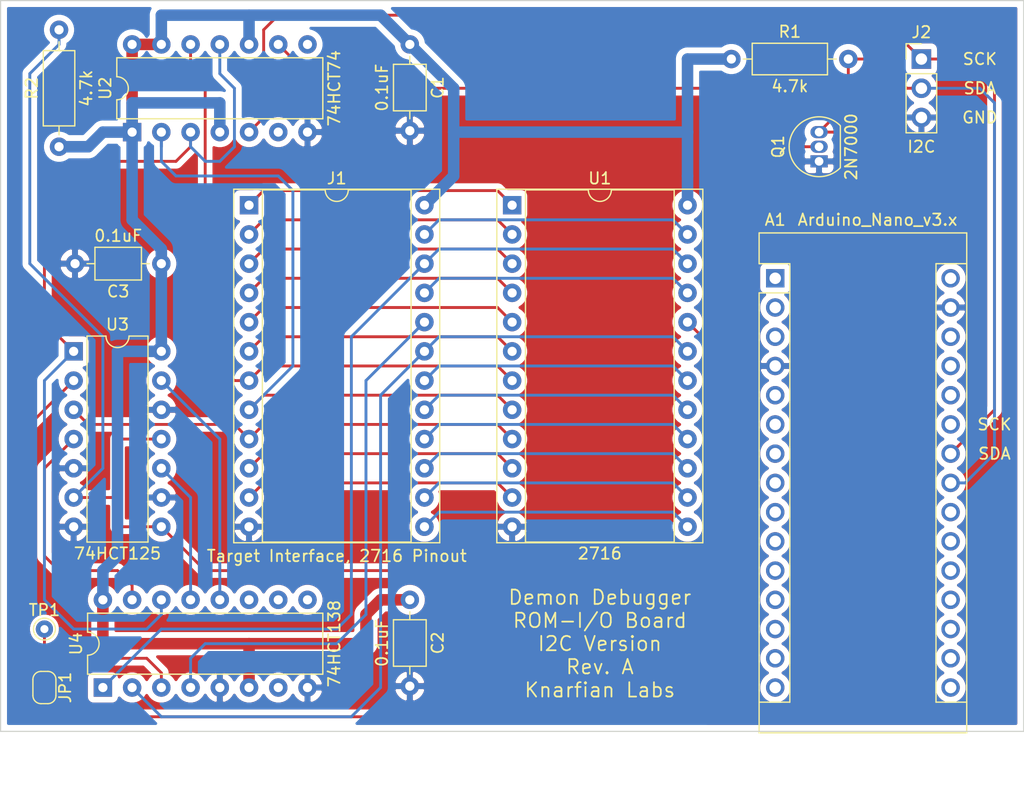
<source format=kicad_pcb>
(kicad_pcb (version 20171130) (host pcbnew "(5.1.9)-1")
  (layers (0 F.Cu signal) (31 B.Cu signal) (34 B.Paste user) (35 F.Paste user) (36 B.SilkS user) (37 F.SilkS user) (38 B.Mask user) (39 F.Mask user) (44 Edge.Cuts user))
  (net 0 "")
  (net 1 GND)
  (net 2 /SCK)
  (net 3 /SDA)
  (net 4 +5V)
  (net 5 /A8)
  (net 6 /D2)
  (net 7 /A9)
  (net 8 /D1)
  (net 9 /VPP)
  (net 10 /D0)
  (net 11 "Net-(J1-Pad20)")
  (net 12 /A0)
  (net 13 /A10)
  (net 14 /A1)
  (net 15 /~CE)
  (net 16 /A2)
  (net 17 /D7)
  (net 18 /A3)
  (net 19 /D6)
  (net 20 /A4)
  (net 21 /D5)
  (net 22 /A5)
  (net 23 /D4)
  (net 24 /A6)
  (net 25 /D3)
  (net 26 /A7)
  (net 27 "Net-(Q1-Pad2)")
  (net 28 "Net-(U2-Pad11)")
  (net 29 "Net-(U3-Pad4)")
  (net 30 "Net-(U3-Pad13)")
  (net 31 "Net-(R2-Pad2)")
  (net 32 "Net-(U3-Pad10)")
  (net 33 "Net-(JP1-Pad1)")
  (module Package_DIP:DIP-16_W7.62mm (layer F.Cu) (at 46.99 97.79 90)
    (fp_text reference U4 (at 3.81 -2.33 90) (layer F.SilkS))
    (fp_text value 74HCT138 (at 3.81 20.11 90) (layer F.SilkS))
    (fp_line (start 6.46 -1.33) (end 4.81 -1.33) (layer F.SilkS) (width 0.12))
    (fp_line (start 6.46 19.11) (end 6.46 -1.33) (layer F.SilkS) (width 0.12))
    (fp_line (start 1.16 19.11) (end 6.46 19.11) (layer F.SilkS) (width 0.12))
    (fp_line (start 1.16 -1.33) (end 1.16 19.11) (layer F.SilkS) (width 0.12))
    (fp_line (start 2.81 -1.33) (end 1.16 -1.33) (layer F.SilkS) (width 0.12))
    (fp_arc (start 3.81 -1.33) (end 2.81 -1.33) (angle -180) (layer F.SilkS) (width 0.12))
    (pad 16 thru_hole oval (at 7.62 0 90) (size 1.6 1.6) (drill 0.8) (layers *.Cu *.Mask) (net 4 +5V))
    (pad 8 thru_hole oval (at 0 17.78 90) (size 1.6 1.6) (drill 0.8) (layers *.Cu *.Mask) (net 1 GND))
    (pad 15 thru_hole oval (at 7.62 2.54 90) (size 1.6 1.6) (drill 0.8) (layers *.Cu *.Mask) (net 29 "Net-(U3-Pad4)"))
    (pad 7 thru_hole oval (at 0 15.24 90) (size 1.6 1.6) (drill 0.8) (layers *.Cu *.Mask))
    (pad 14 thru_hole oval (at 7.62 5.08 90) (size 1.6 1.6) (drill 0.8) (layers *.Cu *.Mask) (net 28 "Net-(U2-Pad11)"))
    (pad 6 thru_hole oval (at 0 12.7 90) (size 1.6 1.6) (drill 0.8) (layers *.Cu *.Mask) (net 4 +5V))
    (pad 13 thru_hole oval (at 7.62 7.62 90) (size 1.6 1.6) (drill 0.8) (layers *.Cu *.Mask) (net 32 "Net-(U3-Pad10)"))
    (pad 5 thru_hole oval (at 0 10.16 90) (size 1.6 1.6) (drill 0.8) (layers *.Cu *.Mask) (net 1 GND))
    (pad 12 thru_hole oval (at 7.62 10.16 90) (size 1.6 1.6) (drill 0.8) (layers *.Cu *.Mask) (net 30 "Net-(U3-Pad13)"))
    (pad 4 thru_hole oval (at 0 7.62 90) (size 1.6 1.6) (drill 0.8) (layers *.Cu *.Mask) (net 11 "Net-(J1-Pad20)"))
    (pad 11 thru_hole oval (at 7.62 12.7 90) (size 1.6 1.6) (drill 0.8) (layers *.Cu *.Mask))
    (pad 3 thru_hole oval (at 0 5.08 90) (size 1.6 1.6) (drill 0.8) (layers *.Cu *.Mask) (net 33 "Net-(JP1-Pad1)"))
    (pad 10 thru_hole oval (at 7.62 15.24 90) (size 1.6 1.6) (drill 0.8) (layers *.Cu *.Mask))
    (pad 2 thru_hole oval (at 0 2.54 90) (size 1.6 1.6) (drill 0.8) (layers *.Cu *.Mask) (net 13 /A10))
    (pad 9 thru_hole oval (at 7.62 17.78 90) (size 1.6 1.6) (drill 0.8) (layers *.Cu *.Mask))
    (pad 1 thru_hole rect (at 0 0 90) (size 1.6 1.6) (drill 0.8) (layers *.Cu *.Mask) (net 7 /A9))
  )
  (module TestPoint:TestPoint_THTPad_D1.5mm_Drill0.7mm (layer F.Cu) (at 41.91 92.71)
    (fp_text reference TP1 (at 0 -1.648) (layer F.SilkS))
    (fp_text value TestPoint)
    (fp_circle (center 0 0) (end 0 0.95) (layer F.SilkS) (width 0.12))
    (pad 1 thru_hole circle (at 0 0) (size 1.5 1.5) (drill 0.7) (layers *.Cu *.Mask) (net 33 "Net-(JP1-Pad1)"))
  )
  (module Jumper:SolderJumper-2_P1.3mm_Bridged_RoundedPad1.0x1.5mm (layer F.Cu) (at 41.91 97.79 270)
    (fp_text reference JP1 (at 0 -1.8 90) (layer F.SilkS))
    (fp_text value SolderJumper_2_Bridged)
    (fp_poly (pts (xy 0.25 -0.3) (xy -0.25 -0.3) (xy -0.25 0.3) (xy 0.25 0.3)) (layer F.Cu) (width 0))
    (fp_line (start -0.7 -1) (end 0.7 -1) (layer F.SilkS) (width 0.12))
    (fp_line (start 1.4 -0.3) (end 1.4 0.3) (layer F.SilkS) (width 0.12))
    (fp_line (start 0.7 1) (end -0.7 1) (layer F.SilkS) (width 0.12))
    (fp_line (start -1.4 0.3) (end -1.4 -0.3) (layer F.SilkS) (width 0.12))
    (fp_arc (start -0.7 -0.3) (end -0.7 -1) (angle -90) (layer F.SilkS) (width 0.12))
    (fp_arc (start -0.7 0.3) (end -1.4 0.3) (angle -90) (layer F.SilkS) (width 0.12))
    (fp_arc (start 0.7 0.3) (end 0.7 1) (angle -90) (layer F.SilkS) (width 0.12))
    (fp_arc (start 0.7 -0.3) (end 1.4 -0.3) (angle -90) (layer F.SilkS) (width 0.12))
    (pad 1 smd custom (at -0.65 0 270) (size 1 0.5) (layers F.Cu F.Mask) (net 33 "Net-(JP1-Pad1)") (options (clearance outline) (anchor rect)) (primitives (gr_circle (center 0 0.25) (end 0.5 0.25) (width 0)) (gr_circle (center 0 -0.25) (end 0.5 -0.25) (width 0)) (gr_poly (pts (xy 0 -0.75) (xy 0.5 -0.75) (xy 0.5 0.75) (xy 0 0.75)) (width 0))))
    (pad 2 smd custom (at 0.65 0 270) (size 1 0.5) (layers F.Cu F.Mask) (net 1 GND) (options (clearance outline) (anchor rect)) (primitives (gr_circle (center 0 0.25) (end 0.5 0.25) (width 0)) (gr_circle (center 0 -0.25) (end 0.5 -0.25) (width 0)) (gr_poly (pts (xy 0 -0.75) (xy -0.5 -0.75) (xy -0.5 0.75) (xy 0 0.75)) (width 0))))
  )
  (module Package_DIP:DIP-24_W15.24mm_Socket (layer F.Cu) (at 82.55 55.88)
    (fp_text reference U1 (at 7.62 -2.33) (layer F.SilkS))
    (fp_text value 2716 (at 7.62 30.27) (layer F.SilkS))
    (fp_line (start 16.57 -1.39) (end -1.33 -1.39) (layer F.SilkS) (width 0.12))
    (fp_line (start 16.57 29.33) (end 16.57 -1.39) (layer F.SilkS) (width 0.12))
    (fp_line (start -1.33 29.33) (end 16.57 29.33) (layer F.SilkS) (width 0.12))
    (fp_line (start -1.33 -1.39) (end -1.33 29.33) (layer F.SilkS) (width 0.12))
    (fp_line (start 14.08 -1.33) (end 8.62 -1.33) (layer F.SilkS) (width 0.12))
    (fp_line (start 14.08 29.27) (end 14.08 -1.33) (layer F.SilkS) (width 0.12))
    (fp_line (start 1.16 29.27) (end 14.08 29.27) (layer F.SilkS) (width 0.12))
    (fp_line (start 1.16 -1.33) (end 1.16 29.27) (layer F.SilkS) (width 0.12))
    (fp_line (start 6.62 -1.33) (end 1.16 -1.33) (layer F.SilkS) (width 0.12))
    (fp_arc (start 7.62 -1.33) (end 6.62 -1.33) (angle -180) (layer F.SilkS) (width 0.12))
    (pad 24 thru_hole oval (at 15.24 0) (size 1.6 1.6) (drill 0.8) (layers *.Cu *.Mask) (net 4 +5V))
    (pad 12 thru_hole oval (at 0 27.94) (size 1.6 1.6) (drill 0.8) (layers *.Cu *.Mask) (net 1 GND))
    (pad 23 thru_hole oval (at 15.24 2.54) (size 1.6 1.6) (drill 0.8) (layers *.Cu *.Mask) (net 5 /A8))
    (pad 11 thru_hole oval (at 0 25.4) (size 1.6 1.6) (drill 0.8) (layers *.Cu *.Mask) (net 6 /D2))
    (pad 22 thru_hole oval (at 15.24 5.08) (size 1.6 1.6) (drill 0.8) (layers *.Cu *.Mask) (net 7 /A9))
    (pad 10 thru_hole oval (at 0 22.86) (size 1.6 1.6) (drill 0.8) (layers *.Cu *.Mask) (net 8 /D1))
    (pad 21 thru_hole oval (at 15.24 7.62) (size 1.6 1.6) (drill 0.8) (layers *.Cu *.Mask) (net 9 /VPP))
    (pad 9 thru_hole oval (at 0 20.32) (size 1.6 1.6) (drill 0.8) (layers *.Cu *.Mask) (net 10 /D0))
    (pad 20 thru_hole oval (at 15.24 10.16) (size 1.6 1.6) (drill 0.8) (layers *.Cu *.Mask) (net 31 "Net-(R2-Pad2)"))
    (pad 8 thru_hole oval (at 0 17.78) (size 1.6 1.6) (drill 0.8) (layers *.Cu *.Mask) (net 12 /A0))
    (pad 19 thru_hole oval (at 15.24 12.7) (size 1.6 1.6) (drill 0.8) (layers *.Cu *.Mask) (net 13 /A10))
    (pad 7 thru_hole oval (at 0 15.24) (size 1.6 1.6) (drill 0.8) (layers *.Cu *.Mask) (net 14 /A1))
    (pad 18 thru_hole oval (at 15.24 15.24) (size 1.6 1.6) (drill 0.8) (layers *.Cu *.Mask) (net 15 /~CE))
    (pad 6 thru_hole oval (at 0 12.7) (size 1.6 1.6) (drill 0.8) (layers *.Cu *.Mask) (net 16 /A2))
    (pad 17 thru_hole oval (at 15.24 17.78) (size 1.6 1.6) (drill 0.8) (layers *.Cu *.Mask) (net 17 /D7))
    (pad 5 thru_hole oval (at 0 10.16) (size 1.6 1.6) (drill 0.8) (layers *.Cu *.Mask) (net 18 /A3))
    (pad 16 thru_hole oval (at 15.24 20.32) (size 1.6 1.6) (drill 0.8) (layers *.Cu *.Mask) (net 19 /D6))
    (pad 4 thru_hole oval (at 0 7.62) (size 1.6 1.6) (drill 0.8) (layers *.Cu *.Mask) (net 20 /A4))
    (pad 15 thru_hole oval (at 15.24 22.86) (size 1.6 1.6) (drill 0.8) (layers *.Cu *.Mask) (net 21 /D5))
    (pad 3 thru_hole oval (at 0 5.08) (size 1.6 1.6) (drill 0.8) (layers *.Cu *.Mask) (net 22 /A5))
    (pad 14 thru_hole oval (at 15.24 25.4) (size 1.6 1.6) (drill 0.8) (layers *.Cu *.Mask) (net 23 /D4))
    (pad 2 thru_hole oval (at 0 2.54) (size 1.6 1.6) (drill 0.8) (layers *.Cu *.Mask) (net 24 /A6))
    (pad 13 thru_hole oval (at 15.24 27.94) (size 1.6 1.6) (drill 0.8) (layers *.Cu *.Mask) (net 25 /D3))
    (pad 1 thru_hole rect (at 0 0) (size 1.6 1.6) (drill 0.8) (layers *.Cu *.Mask) (net 26 /A7))
  )
  (module Capacitor_THT:C_Axial_L3.8mm_D2.6mm_P7.50mm_Horizontal (layer F.Cu) (at 52.07 60.96 180)
    (fp_text reference C3 (at 3.75 -2.42) (layer F.SilkS))
    (fp_text value 0.1uF (at 3.75 2.42) (layer F.SilkS))
    (fp_line (start 6.46 0) (end 5.77 0) (layer F.SilkS) (width 0.12))
    (fp_line (start 1.04 0) (end 1.73 0) (layer F.SilkS) (width 0.12))
    (fp_line (start 5.77 -1.42) (end 1.73 -1.42) (layer F.SilkS) (width 0.12))
    (fp_line (start 5.77 1.42) (end 5.77 -1.42) (layer F.SilkS) (width 0.12))
    (fp_line (start 1.73 1.42) (end 5.77 1.42) (layer F.SilkS) (width 0.12))
    (fp_line (start 1.73 -1.42) (end 1.73 1.42) (layer F.SilkS) (width 0.12))
    (pad 2 thru_hole oval (at 7.5 0 180) (size 1.6 1.6) (drill 0.8) (layers *.Cu *.Mask) (net 1 GND))
    (pad 1 thru_hole circle (at 0 0 180) (size 1.6 1.6) (drill 0.8) (layers *.Cu *.Mask) (net 4 +5V))
  )
  (module Capacitor_THT:C_Axial_L3.8mm_D2.6mm_P7.50mm_Horizontal (layer F.Cu) (at 73.66 90.17 270)
    (fp_text reference C2 (at 3.75 -2.42 90) (layer F.SilkS))
    (fp_text value 0.1uF (at 3.75 2.42 90) (layer F.SilkS))
    (fp_line (start 6.46 0) (end 5.77 0) (layer F.SilkS) (width 0.12))
    (fp_line (start 1.04 0) (end 1.73 0) (layer F.SilkS) (width 0.12))
    (fp_line (start 5.77 -1.42) (end 1.73 -1.42) (layer F.SilkS) (width 0.12))
    (fp_line (start 5.77 1.42) (end 5.77 -1.42) (layer F.SilkS) (width 0.12))
    (fp_line (start 1.73 1.42) (end 5.77 1.42) (layer F.SilkS) (width 0.12))
    (fp_line (start 1.73 -1.42) (end 1.73 1.42) (layer F.SilkS) (width 0.12))
    (pad 2 thru_hole oval (at 7.5 0 270) (size 1.6 1.6) (drill 0.8) (layers *.Cu *.Mask) (net 1 GND))
    (pad 1 thru_hole circle (at 0 0 270) (size 1.6 1.6) (drill 0.8) (layers *.Cu *.Mask) (net 4 +5V))
  )
  (module Capacitor_THT:C_Axial_L3.8mm_D2.6mm_P7.50mm_Horizontal (layer F.Cu) (at 73.66 41.91 270)
    (fp_text reference C1 (at 3.75 -2.42 90) (layer F.SilkS))
    (fp_text value 0.1uF (at 3.75 2.42 90) (layer F.SilkS))
    (fp_line (start 6.46 0) (end 5.77 0) (layer F.SilkS) (width 0.12))
    (fp_line (start 1.04 0) (end 1.73 0) (layer F.SilkS) (width 0.12))
    (fp_line (start 5.77 -1.42) (end 1.73 -1.42) (layer F.SilkS) (width 0.12))
    (fp_line (start 5.77 1.42) (end 5.77 -1.42) (layer F.SilkS) (width 0.12))
    (fp_line (start 1.73 1.42) (end 5.77 1.42) (layer F.SilkS) (width 0.12))
    (fp_line (start 1.73 -1.42) (end 1.73 1.42) (layer F.SilkS) (width 0.12))
    (pad 2 thru_hole oval (at 7.5 0 270) (size 1.6 1.6) (drill 0.8) (layers *.Cu *.Mask) (net 1 GND))
    (pad 1 thru_hole circle (at 0 0 270) (size 1.6 1.6) (drill 0.8) (layers *.Cu *.Mask) (net 4 +5V))
  )
  (module Resistor_THT:R_Axial_DIN0207_L6.3mm_D2.5mm_P10.16mm_Horizontal (layer F.Cu) (at 101.6 43.18)
    (fp_text reference R1 (at 5.08 -2.37) (layer F.SilkS))
    (fp_text value 4.7k (at 5.08 2.37) (layer F.SilkS))
    (fp_line (start 9.12 0) (end 8.35 0) (layer F.SilkS) (width 0.12))
    (fp_line (start 1.04 0) (end 1.81 0) (layer F.SilkS) (width 0.12))
    (fp_line (start 8.35 -1.37) (end 1.81 -1.37) (layer F.SilkS) (width 0.12))
    (fp_line (start 8.35 1.37) (end 8.35 -1.37) (layer F.SilkS) (width 0.12))
    (fp_line (start 1.81 1.37) (end 8.35 1.37) (layer F.SilkS) (width 0.12))
    (fp_line (start 1.81 -1.37) (end 1.81 1.37) (layer F.SilkS) (width 0.12))
    (pad 2 thru_hole oval (at 10.16 0) (size 1.6 1.6) (drill 0.8) (layers *.Cu *.Mask) (net 3 /SDA))
    (pad 1 thru_hole circle (at 0 0) (size 1.6 1.6) (drill 0.8) (layers *.Cu *.Mask) (net 4 +5V))
  )
  (module Resistor_THT:R_Axial_DIN0207_L6.3mm_D2.5mm_P10.16mm_Horizontal (layer F.Cu) (at 43.18 50.8 90)
    (fp_text reference R2 (at 5.08 -2.37 90) (layer F.SilkS))
    (fp_text value 4.7k (at 5.08 2.37 90) (layer F.SilkS))
    (fp_line (start 9.12 0) (end 8.35 0) (layer F.SilkS) (width 0.12))
    (fp_line (start 1.04 0) (end 1.81 0) (layer F.SilkS) (width 0.12))
    (fp_line (start 8.35 -1.37) (end 1.81 -1.37) (layer F.SilkS) (width 0.12))
    (fp_line (start 8.35 1.37) (end 8.35 -1.37) (layer F.SilkS) (width 0.12))
    (fp_line (start 1.81 1.37) (end 8.35 1.37) (layer F.SilkS) (width 0.12))
    (fp_line (start 1.81 -1.37) (end 1.81 1.37) (layer F.SilkS) (width 0.12))
    (pad 2 thru_hole oval (at 10.16 0 90) (size 1.6 1.6) (drill 0.8) (layers *.Cu *.Mask) (net 31 "Net-(R2-Pad2)"))
    (pad 1 thru_hole circle (at 0 0 90) (size 1.6 1.6) (drill 0.8) (layers *.Cu *.Mask) (net 4 +5V))
  )
  (module Connector_PinHeader_2.54mm:PinHeader_1x03_P2.54mm_Vertical (layer F.Cu) (at 118.11 43.18)
    (fp_text reference J2 (at 0 -2.33) (layer F.SilkS))
    (fp_text value I2C (at 0 7.62) (layer F.SilkS))
    (fp_line (start -1.33 -1.33) (end 0 -1.33) (layer F.SilkS) (width 0.12))
    (fp_line (start -1.33 0) (end -1.33 -1.33) (layer F.SilkS) (width 0.12))
    (fp_line (start -1.33 1.27) (end 1.33 1.27) (layer F.SilkS) (width 0.12))
    (fp_line (start 1.33 1.27) (end 1.33 6.41) (layer F.SilkS) (width 0.12))
    (fp_line (start -1.33 1.27) (end -1.33 6.41) (layer F.SilkS) (width 0.12))
    (fp_line (start -1.33 6.41) (end 1.33 6.41) (layer F.SilkS) (width 0.12))
    (pad 3 thru_hole oval (at 0 5.08) (size 1.7 1.7) (drill 1) (layers *.Cu *.Mask) (net 1 GND))
    (pad 2 thru_hole oval (at 0 2.54) (size 1.7 1.7) (drill 1) (layers *.Cu *.Mask) (net 3 /SDA))
    (pad 1 thru_hole rect (at 0 0) (size 1.7 1.7) (drill 1) (layers *.Cu *.Mask) (net 2 /SCK))
  )
  (module Package_TO_SOT_THT:TO-92_Inline (layer F.Cu) (at 109.22 52.07 90)
    (fp_text reference Q1 (at 1.27 -3.56 90) (layer F.SilkS))
    (fp_text value 2N7000 (at 1.27 2.79 90) (layer F.SilkS))
    (fp_line (start -0.53 1.85) (end 3.07 1.85) (layer F.SilkS) (width 0.12))
    (fp_arc (start 1.27 0) (end 1.27 -2.6) (angle 135) (layer F.SilkS) (width 0.12))
    (fp_arc (start 1.27 0) (end 1.27 -2.6) (angle -135) (layer F.SilkS) (width 0.12))
    (pad 1 thru_hole rect (at 0 0 90) (size 1.05 1.5) (drill 0.75) (layers *.Cu *.Mask) (net 1 GND))
    (pad 3 thru_hole oval (at 2.54 0 90) (size 1.05 1.5) (drill 0.75) (layers *.Cu *.Mask) (net 3 /SDA))
    (pad 2 thru_hole oval (at 1.27 0 90) (size 1.05 1.5) (drill 0.75) (layers *.Cu *.Mask) (net 27 "Net-(Q1-Pad2)"))
  )
  (module Package_DIP:DIP-14_W7.62mm (layer F.Cu) (at 44.45 68.58)
    (fp_text reference U3 (at 3.81 -2.33) (layer F.SilkS))
    (fp_text value 74HCT125 (at 3.81 17.57) (layer F.SilkS))
    (fp_line (start 6.46 -1.33) (end 4.81 -1.33) (layer F.SilkS) (width 0.12))
    (fp_line (start 6.46 16.57) (end 6.46 -1.33) (layer F.SilkS) (width 0.12))
    (fp_line (start 1.16 16.57) (end 6.46 16.57) (layer F.SilkS) (width 0.12))
    (fp_line (start 1.16 -1.33) (end 1.16 16.57) (layer F.SilkS) (width 0.12))
    (fp_line (start 2.81 -1.33) (end 1.16 -1.33) (layer F.SilkS) (width 0.12))
    (fp_arc (start 3.81 -1.33) (end 2.81 -1.33) (angle -180) (layer F.SilkS) (width 0.12))
    (pad 14 thru_hole oval (at 7.62 0) (size 1.6 1.6) (drill 0.8) (layers *.Cu *.Mask) (net 4 +5V))
    (pad 7 thru_hole oval (at 0 15.24) (size 1.6 1.6) (drill 0.8) (layers *.Cu *.Mask) (net 1 GND))
    (pad 13 thru_hole oval (at 7.62 2.54) (size 1.6 1.6) (drill 0.8) (layers *.Cu *.Mask) (net 30 "Net-(U3-Pad13)"))
    (pad 6 thru_hole oval (at 0 12.7) (size 1.6 1.6) (drill 0.8) (layers *.Cu *.Mask) (net 31 "Net-(R2-Pad2)"))
    (pad 12 thru_hole oval (at 7.62 5.08) (size 1.6 1.6) (drill 0.8) (layers *.Cu *.Mask) (net 1 GND))
    (pad 5 thru_hole oval (at 0 10.16) (size 1.6 1.6) (drill 0.8) (layers *.Cu *.Mask) (net 1 GND))
    (pad 11 thru_hole oval (at 7.62 7.62) (size 1.6 1.6) (drill 0.8) (layers *.Cu *.Mask) (net 31 "Net-(R2-Pad2)"))
    (pad 4 thru_hole oval (at 0 7.62) (size 1.6 1.6) (drill 0.8) (layers *.Cu *.Mask) (net 29 "Net-(U3-Pad4)"))
    (pad 10 thru_hole oval (at 7.62 10.16) (size 1.6 1.6) (drill 0.8) (layers *.Cu *.Mask) (net 32 "Net-(U3-Pad10)"))
    (pad 3 thru_hole oval (at 0 5.08) (size 1.6 1.6) (drill 0.8) (layers *.Cu *.Mask) (net 10 /D0))
    (pad 9 thru_hole oval (at 7.62 12.7) (size 1.6 1.6) (drill 0.8) (layers *.Cu *.Mask) (net 1 GND))
    (pad 2 thru_hole oval (at 0 2.54) (size 1.6 1.6) (drill 0.8) (layers *.Cu *.Mask) (net 3 /SDA))
    (pad 8 thru_hole oval (at 7.62 15.24) (size 1.6 1.6) (drill 0.8) (layers *.Cu *.Mask) (net 31 "Net-(R2-Pad2)"))
    (pad 1 thru_hole rect (at 0 0) (size 1.6 1.6) (drill 0.8) (layers *.Cu *.Mask) (net 28 "Net-(U2-Pad11)"))
  )
  (module Package_DIP:DIP-14_W7.62mm (layer F.Cu) (at 49.53 49.53 90)
    (fp_text reference U2 (at 3.81 -2.33 90) (layer F.SilkS))
    (fp_text value 74HCT74 (at 3.81 17.57 90) (layer F.SilkS))
    (fp_line (start 6.46 -1.33) (end 4.81 -1.33) (layer F.SilkS) (width 0.12))
    (fp_line (start 6.46 16.57) (end 6.46 -1.33) (layer F.SilkS) (width 0.12))
    (fp_line (start 1.16 16.57) (end 6.46 16.57) (layer F.SilkS) (width 0.12))
    (fp_line (start 1.16 -1.33) (end 1.16 16.57) (layer F.SilkS) (width 0.12))
    (fp_line (start 2.81 -1.33) (end 1.16 -1.33) (layer F.SilkS) (width 0.12))
    (fp_arc (start 3.81 -1.33) (end 2.81 -1.33) (angle -180) (layer F.SilkS) (width 0.12))
    (pad 14 thru_hole oval (at 7.62 0 90) (size 1.6 1.6) (drill 0.8) (layers *.Cu *.Mask) (net 4 +5V))
    (pad 7 thru_hole oval (at 0 15.24 90) (size 1.6 1.6) (drill 0.8) (layers *.Cu *.Mask) (net 1 GND))
    (pad 13 thru_hole oval (at 7.62 2.54 90) (size 1.6 1.6) (drill 0.8) (layers *.Cu *.Mask) (net 4 +5V))
    (pad 6 thru_hole oval (at 0 12.7 90) (size 1.6 1.6) (drill 0.8) (layers *.Cu *.Mask))
    (pad 12 thru_hole oval (at 7.62 5.08 90) (size 1.6 1.6) (drill 0.8) (layers *.Cu *.Mask) (net 14 /A1))
    (pad 5 thru_hole oval (at 0 10.16 90) (size 1.6 1.6) (drill 0.8) (layers *.Cu *.Mask) (net 2 /SCK))
    (pad 11 thru_hole oval (at 7.62 7.62 90) (size 1.6 1.6) (drill 0.8) (layers *.Cu *.Mask) (net 28 "Net-(U2-Pad11)"))
    (pad 4 thru_hole oval (at 0 7.62 90) (size 1.6 1.6) (drill 0.8) (layers *.Cu *.Mask) (net 4 +5V))
    (pad 10 thru_hole oval (at 7.62 10.16 90) (size 1.6 1.6) (drill 0.8) (layers *.Cu *.Mask) (net 4 +5V))
    (pad 3 thru_hole oval (at 0 5.08 90) (size 1.6 1.6) (drill 0.8) (layers *.Cu *.Mask) (net 28 "Net-(U2-Pad11)"))
    (pad 9 thru_hole oval (at 7.62 12.7 90) (size 1.6 1.6) (drill 0.8) (layers *.Cu *.Mask) (net 27 "Net-(Q1-Pad2)"))
    (pad 2 thru_hole oval (at 0 2.54 90) (size 1.6 1.6) (drill 0.8) (layers *.Cu *.Mask) (net 12 /A0))
    (pad 8 thru_hole oval (at 7.62 15.24 90) (size 1.6 1.6) (drill 0.8) (layers *.Cu *.Mask))
    (pad 1 thru_hole rect (at 0 0 90) (size 1.6 1.6) (drill 0.8) (layers *.Cu *.Mask) (net 4 +5V))
  )
  (module Package_DIP:DIP-24_W15.24mm_Socket (layer F.Cu) (at 59.69 55.88)
    (fp_text reference J1 (at 7.62 -2.33) (layer F.SilkS))
    (fp_text value "Target Interface, 2716 Pinout" (at 7.62 30.48) (layer F.SilkS))
    (fp_line (start 16.57 -1.39) (end -1.33 -1.39) (layer F.SilkS) (width 0.12))
    (fp_line (start 16.57 29.33) (end 16.57 -1.39) (layer F.SilkS) (width 0.12))
    (fp_line (start -1.33 29.33) (end 16.57 29.33) (layer F.SilkS) (width 0.12))
    (fp_line (start -1.33 -1.39) (end -1.33 29.33) (layer F.SilkS) (width 0.12))
    (fp_line (start 14.08 -1.33) (end 8.62 -1.33) (layer F.SilkS) (width 0.12))
    (fp_line (start 14.08 29.27) (end 14.08 -1.33) (layer F.SilkS) (width 0.12))
    (fp_line (start 1.16 29.27) (end 14.08 29.27) (layer F.SilkS) (width 0.12))
    (fp_line (start 1.16 -1.33) (end 1.16 29.27) (layer F.SilkS) (width 0.12))
    (fp_line (start 6.62 -1.33) (end 1.16 -1.33) (layer F.SilkS) (width 0.12))
    (fp_arc (start 7.62 -1.33) (end 6.62 -1.33) (angle -180) (layer F.SilkS) (width 0.12))
    (pad 24 thru_hole oval (at 15.24 0) (size 1.6 1.6) (drill 0.8) (layers *.Cu *.Mask) (net 4 +5V))
    (pad 12 thru_hole oval (at 0 27.94) (size 1.6 1.6) (drill 0.8) (layers *.Cu *.Mask) (net 1 GND))
    (pad 23 thru_hole oval (at 15.24 2.54) (size 1.6 1.6) (drill 0.8) (layers *.Cu *.Mask) (net 5 /A8))
    (pad 11 thru_hole oval (at 0 25.4) (size 1.6 1.6) (drill 0.8) (layers *.Cu *.Mask) (net 6 /D2))
    (pad 22 thru_hole oval (at 15.24 5.08) (size 1.6 1.6) (drill 0.8) (layers *.Cu *.Mask) (net 7 /A9))
    (pad 10 thru_hole oval (at 0 22.86) (size 1.6 1.6) (drill 0.8) (layers *.Cu *.Mask) (net 8 /D1))
    (pad 21 thru_hole oval (at 15.24 7.62) (size 1.6 1.6) (drill 0.8) (layers *.Cu *.Mask) (net 9 /VPP))
    (pad 9 thru_hole oval (at 0 20.32) (size 1.6 1.6) (drill 0.8) (layers *.Cu *.Mask) (net 10 /D0))
    (pad 20 thru_hole oval (at 15.24 10.16) (size 1.6 1.6) (drill 0.8) (layers *.Cu *.Mask) (net 11 "Net-(J1-Pad20)"))
    (pad 8 thru_hole oval (at 0 17.78) (size 1.6 1.6) (drill 0.8) (layers *.Cu *.Mask) (net 12 /A0))
    (pad 19 thru_hole oval (at 15.24 12.7) (size 1.6 1.6) (drill 0.8) (layers *.Cu *.Mask) (net 13 /A10))
    (pad 7 thru_hole oval (at 0 15.24) (size 1.6 1.6) (drill 0.8) (layers *.Cu *.Mask) (net 14 /A1))
    (pad 18 thru_hole oval (at 15.24 15.24) (size 1.6 1.6) (drill 0.8) (layers *.Cu *.Mask) (net 15 /~CE))
    (pad 6 thru_hole oval (at 0 12.7) (size 1.6 1.6) (drill 0.8) (layers *.Cu *.Mask) (net 16 /A2))
    (pad 17 thru_hole oval (at 15.24 17.78) (size 1.6 1.6) (drill 0.8) (layers *.Cu *.Mask) (net 17 /D7))
    (pad 5 thru_hole oval (at 0 10.16) (size 1.6 1.6) (drill 0.8) (layers *.Cu *.Mask) (net 18 /A3))
    (pad 16 thru_hole oval (at 15.24 20.32) (size 1.6 1.6) (drill 0.8) (layers *.Cu *.Mask) (net 19 /D6))
    (pad 4 thru_hole oval (at 0 7.62) (size 1.6 1.6) (drill 0.8) (layers *.Cu *.Mask) (net 20 /A4))
    (pad 15 thru_hole oval (at 15.24 22.86) (size 1.6 1.6) (drill 0.8) (layers *.Cu *.Mask) (net 21 /D5))
    (pad 3 thru_hole oval (at 0 5.08) (size 1.6 1.6) (drill 0.8) (layers *.Cu *.Mask) (net 22 /A5))
    (pad 14 thru_hole oval (at 15.24 25.4) (size 1.6 1.6) (drill 0.8) (layers *.Cu *.Mask) (net 23 /D4))
    (pad 2 thru_hole oval (at 0 2.54) (size 1.6 1.6) (drill 0.8) (layers *.Cu *.Mask) (net 24 /A6))
    (pad 13 thru_hole oval (at 15.24 27.94) (size 1.6 1.6) (drill 0.8) (layers *.Cu *.Mask) (net 25 /D3))
    (pad 1 thru_hole rect (at 0 0) (size 1.6 1.6) (drill 0.8) (layers *.Cu *.Mask) (net 26 /A7))
  )
  (module Module:Arduino_Nano (layer F.Cu) (at 105.41 62.23)
    (fp_text reference A1 (at 0 -5.08) (layer F.SilkS))
    (fp_text value Arduino_Nano_v3.x (at 8.89 -5.08 180) (layer F.SilkS))
    (fp_line (start 16.64 -3.94) (end -1.4 -3.94) (layer F.SilkS) (width 0.12))
    (fp_line (start 16.64 39.5) (end 16.64 -3.94) (layer F.SilkS) (width 0.12))
    (fp_line (start -1.4 39.5) (end 16.64 39.5) (layer F.SilkS) (width 0.12))
    (fp_line (start 1.27 36.83) (end -1.4 36.83) (layer F.SilkS) (width 0.12))
    (fp_line (start 1.27 1.27) (end 1.27 36.83) (layer F.SilkS) (width 0.12))
    (fp_line (start 1.27 1.27) (end -1.4 1.27) (layer F.SilkS) (width 0.12))
    (fp_line (start 13.97 36.83) (end 16.64 36.83) (layer F.SilkS) (width 0.12))
    (fp_line (start 13.97 -1.27) (end 13.97 36.83) (layer F.SilkS) (width 0.12))
    (fp_line (start 13.97 -1.27) (end 16.64 -1.27) (layer F.SilkS) (width 0.12))
    (fp_line (start -1.4 -3.94) (end -1.4 -1.27) (layer F.SilkS) (width 0.12))
    (fp_line (start -1.4 1.27) (end -1.4 39.5) (layer F.SilkS) (width 0.12))
    (fp_line (start 1.27 -1.27) (end -1.4 -1.27) (layer F.SilkS) (width 0.12))
    (fp_line (start 1.27 1.27) (end 1.27 -1.27) (layer F.SilkS) (width 0.12))
    (pad 16 thru_hole oval (at 15.24 35.56) (size 1.6 1.6) (drill 1) (layers *.Cu *.Mask))
    (pad 15 thru_hole oval (at 0 35.56) (size 1.6 1.6) (drill 1) (layers *.Cu *.Mask))
    (pad 30 thru_hole oval (at 15.24 0) (size 1.6 1.6) (drill 1) (layers *.Cu *.Mask))
    (pad 14 thru_hole oval (at 0 33.02) (size 1.6 1.6) (drill 1) (layers *.Cu *.Mask))
    (pad 29 thru_hole oval (at 15.24 2.54) (size 1.6 1.6) (drill 1) (layers *.Cu *.Mask) (net 1 GND))
    (pad 13 thru_hole oval (at 0 30.48) (size 1.6 1.6) (drill 1) (layers *.Cu *.Mask))
    (pad 28 thru_hole oval (at 15.24 5.08) (size 1.6 1.6) (drill 1) (layers *.Cu *.Mask))
    (pad 12 thru_hole oval (at 0 27.94) (size 1.6 1.6) (drill 1) (layers *.Cu *.Mask))
    (pad 27 thru_hole oval (at 15.24 7.62) (size 1.6 1.6) (drill 1) (layers *.Cu *.Mask))
    (pad 11 thru_hole oval (at 0 25.4) (size 1.6 1.6) (drill 1) (layers *.Cu *.Mask))
    (pad 26 thru_hole oval (at 15.24 10.16) (size 1.6 1.6) (drill 1) (layers *.Cu *.Mask))
    (pad 10 thru_hole oval (at 0 22.86) (size 1.6 1.6) (drill 1) (layers *.Cu *.Mask))
    (pad 25 thru_hole oval (at 15.24 12.7) (size 1.6 1.6) (drill 1) (layers *.Cu *.Mask))
    (pad 9 thru_hole oval (at 0 20.32) (size 1.6 1.6) (drill 1) (layers *.Cu *.Mask))
    (pad 24 thru_hole oval (at 15.24 15.24) (size 1.6 1.6) (drill 1) (layers *.Cu *.Mask) (net 2 /SCK))
    (pad 8 thru_hole oval (at 0 17.78) (size 1.6 1.6) (drill 1) (layers *.Cu *.Mask))
    (pad 23 thru_hole oval (at 15.24 17.78) (size 1.6 1.6) (drill 1) (layers *.Cu *.Mask) (net 3 /SDA))
    (pad 7 thru_hole oval (at 0 15.24) (size 1.6 1.6) (drill 1) (layers *.Cu *.Mask))
    (pad 22 thru_hole oval (at 15.24 20.32) (size 1.6 1.6) (drill 1) (layers *.Cu *.Mask))
    (pad 6 thru_hole oval (at 0 12.7) (size 1.6 1.6) (drill 1) (layers *.Cu *.Mask))
    (pad 21 thru_hole oval (at 15.24 22.86) (size 1.6 1.6) (drill 1) (layers *.Cu *.Mask))
    (pad 5 thru_hole oval (at 0 10.16) (size 1.6 1.6) (drill 1) (layers *.Cu *.Mask))
    (pad 20 thru_hole oval (at 15.24 25.4) (size 1.6 1.6) (drill 1) (layers *.Cu *.Mask))
    (pad 4 thru_hole oval (at 0 7.62) (size 1.6 1.6) (drill 1) (layers *.Cu *.Mask) (net 1 GND))
    (pad 19 thru_hole oval (at 15.24 27.94) (size 1.6 1.6) (drill 1) (layers *.Cu *.Mask))
    (pad 3 thru_hole oval (at 0 5.08) (size 1.6 1.6) (drill 1) (layers *.Cu *.Mask))
    (pad 18 thru_hole oval (at 15.24 30.48) (size 1.6 1.6) (drill 1) (layers *.Cu *.Mask))
    (pad 2 thru_hole oval (at 0 2.54) (size 1.6 1.6) (drill 1) (layers *.Cu *.Mask))
    (pad 17 thru_hole oval (at 15.24 33.02) (size 1.6 1.6) (drill 1) (layers *.Cu *.Mask))
    (pad 1 thru_hole rect (at 0 0) (size 1.6 1.6) (drill 1) (layers *.Cu *.Mask))
  )
  (gr_line (start 38.1 38.1) (end 127 38.1) (layer Edge.Cuts) (width 0.1))
  (gr_line (start 38.1 101.6) (end 127 101.6) (layer Edge.Cuts) (width 0.1))
  (gr_line (start 127 38.1) (end 127 101.6) (layer Edge.Cuts) (width 0.1))
  (gr_line (start 38.1 38.1) (end 38.1 101.6) (layer Edge.Cuts) (width 0.1))
  (gr_text GND (at 123.19 48.26) (layer F.SilkS) (effects (font (size 1 1))))
  (gr_text SDA (at 123.19 45.72) (layer F.SilkS) (effects (font (size 1 1))))
  (gr_text SCK (at 123.19 43.18) (layer F.SilkS) (effects (font (size 1 1))))
  (gr_text SDA (at 124.46 77.47) (layer F.SilkS) (effects (font (size 1 1))))
  (gr_text SCK (at 124.46 74.93) (layer F.SilkS) (effects (font (size 1 1))))
  (gr_text "Demon Debugger\nROM-I/O Board\nI2C Version\nRev. A\nKnarfian Labs" (at 90.17 93.98) (layer F.SilkS) (effects (font (size 1.25 1.25))))
  (segment (start 41.91 98.44) (end 43.8 98.44) (width 0.25) (layer F.Cu) (net 1))
  (segment (start 120.65 77.47) (end 124.46 73.66) (width 0.25) (layer F.Cu) (net 2))
  (segment (start 124.46 73.66) (end 124.46 44.45) (width 0.25) (layer F.Cu) (net 2))
  (segment (start 124.46 44.45) (end 123.19 43.18) (width 0.25) (layer F.Cu) (net 2))
  (segment (start 123.19 43.18) (end 118.11 43.18) (width 0.25) (layer F.Cu) (net 2))
  (segment (start 118.11 43.18) (end 114.3 39.37) (width 0.25) (layer F.Cu) (net 2))
  (segment (start 114.3 39.37) (end 62.23 39.37) (width 0.25) (layer F.Cu) (net 2))
  (segment (start 62.23 39.37) (end 60.96 40.64) (width 0.25) (layer F.Cu) (net 2))
  (segment (start 60.96 40.64) (end 60.96 48.26) (width 0.25) (layer F.Cu) (net 2))
  (segment (start 60.96 48.26) (end 59.69 49.53) (width 0.25) (layer F.Cu) (net 2))
  (segment (start 118.11 45.72) (end 116.84 45.72) (width 0.25) (layer F.Cu) (net 3))
  (segment (start 114.3 43.18) (end 111.76 43.18) (width 0.25) (layer F.Cu) (net 3))
  (segment (start 116.84 45.72) (end 114.3 43.18) (width 0.25) (layer F.Cu) (net 3))
  (segment (start 111.76 46.99) (end 109.22 49.53) (width 0.25) (layer F.Cu) (net 3))
  (segment (start 111.76 43.18) (end 111.76 46.99) (width 0.25) (layer F.Cu) (net 3))
  (segment (start 120.65 80.01) (end 121.92 80.01) (width 0.25) (layer B.Cu) (net 3))
  (segment (start 121.92 80.01) (end 124.46 77.47) (width 0.25) (layer B.Cu) (net 3))
  (segment (start 124.46 77.47) (end 124.46 46.99) (width 0.25) (layer B.Cu) (net 3))
  (segment (start 123.19 45.72) (end 118.11 45.72) (width 0.25) (layer B.Cu) (net 3))
  (segment (start 124.46 46.99) (end 123.19 45.72) (width 0.25) (layer B.Cu) (net 3))
  (segment (start 101.6 57.15) (end 102.87 55.88) (width 0.25) (layer F.Cu) (net 3))
  (segment (start 101.6 97.79) (end 101.6 57.15) (width 0.25) (layer F.Cu) (net 3))
  (segment (start 99.06 100.33) (end 101.6 97.79) (width 0.25) (layer F.Cu) (net 3))
  (segment (start 110.49 49.53) (end 109.22 49.53) (width 0.25) (layer F.Cu) (net 3))
  (segment (start 40.64 100.33) (end 99.06 100.33) (width 0.25) (layer F.Cu) (net 3))
  (segment (start 110.49 55.88) (end 111.76 54.61) (width 0.25) (layer F.Cu) (net 3))
  (segment (start 102.87 55.88) (end 110.49 55.88) (width 0.25) (layer F.Cu) (net 3))
  (segment (start 39.37 99.06) (end 40.64 100.33) (width 0.25) (layer F.Cu) (net 3))
  (segment (start 111.76 50.8) (end 110.49 49.53) (width 0.25) (layer F.Cu) (net 3))
  (segment (start 39.37 76.2) (end 39.37 99.06) (width 0.25) (layer F.Cu) (net 3))
  (segment (start 111.76 54.61) (end 111.76 50.8) (width 0.25) (layer F.Cu) (net 3))
  (segment (start 44.45 71.12) (end 39.37 76.2) (width 0.25) (layer F.Cu) (net 3))
  (segment (start 46.99 90.17) (end 46.99 87.63) (width 1) (layer B.Cu) (net 4))
  (segment (start 46.99 87.63) (end 48.26 86.36) (width 1) (layer B.Cu) (net 4))
  (segment (start 48.26 86.36) (end 48.26 68.58) (width 1) (layer B.Cu) (net 4))
  (segment (start 48.26 68.58) (end 52.07 68.58) (width 1) (layer B.Cu) (net 4))
  (segment (start 52.07 68.58) (end 52.07 60.96) (width 1) (layer B.Cu) (net 4))
  (segment (start 52.07 60.96) (end 52.07 59.69) (width 1) (layer B.Cu) (net 4))
  (segment (start 52.07 59.69) (end 49.53 57.15) (width 1) (layer B.Cu) (net 4))
  (segment (start 43.18 50.8) (end 45.72 50.8) (width 1) (layer B.Cu) (net 4))
  (segment (start 45.72 50.8) (end 46.99 49.53) (width 1) (layer B.Cu) (net 4))
  (segment (start 49.53 49.53) (end 46.99 49.53) (width 1) (layer B.Cu) (net 4))
  (segment (start 74.93 55.88) (end 77.47 53.34) (width 1) (layer B.Cu) (net 4))
  (segment (start 77.47 45.72) (end 73.66 41.91) (width 1) (layer B.Cu) (net 4))
  (segment (start 73.66 41.91) (end 71.12 39.37) (width 1) (layer B.Cu) (net 4))
  (segment (start 71.12 39.37) (end 59.69 39.37) (width 1) (layer B.Cu) (net 4))
  (segment (start 59.69 39.37) (end 59.69 41.91) (width 1) (layer B.Cu) (net 4))
  (segment (start 59.69 39.37) (end 52.07 39.37) (width 1) (layer B.Cu) (net 4))
  (segment (start 52.07 39.37) (end 52.07 41.91) (width 1) (layer B.Cu) (net 4))
  (segment (start 97.79 53.34) (end 97.79 55.88) (width 1) (layer B.Cu) (net 4))
  (segment (start 97.79 43.18) (end 101.6 43.18) (width 1) (layer B.Cu) (net 4))
  (segment (start 46.99 90.17) (end 46.99 93.98) (width 1) (layer F.Cu) (net 4))
  (segment (start 46.99 93.98) (end 59.69 93.98) (width 1) (layer F.Cu) (net 4))
  (segment (start 59.69 93.98) (end 59.69 97.79) (width 1) (layer F.Cu) (net 4))
  (segment (start 59.69 93.98) (end 69.85 93.98) (width 1) (layer F.Cu) (net 4))
  (segment (start 69.85 93.98) (end 69.85 91.44) (width 1) (layer F.Cu) (net 4))
  (segment (start 71.12 90.17) (end 73.66 90.17) (width 1) (layer F.Cu) (net 4))
  (segment (start 69.85 91.44) (end 71.12 90.17) (width 1) (layer F.Cu) (net 4))
  (segment (start 77.47 49.53) (end 97.79 49.53) (width 1) (layer B.Cu) (net 4))
  (segment (start 97.79 49.53) (end 97.79 43.18) (width 1) (layer B.Cu) (net 4))
  (segment (start 97.79 53.34) (end 97.79 49.53) (width 1) (layer B.Cu) (net 4))
  (segment (start 77.47 53.34) (end 77.47 49.53) (width 1) (layer B.Cu) (net 4))
  (segment (start 77.47 49.53) (end 77.47 45.72) (width 1) (layer B.Cu) (net 4))
  (segment (start 49.53 57.15) (end 49.53 52.07) (width 1) (layer B.Cu) (net 4))
  (segment (start 49.53 52.07) (end 49.53 49.53) (width 1) (layer B.Cu) (net 4))
  (segment (start 49.53 49.53) (end 49.53 41.91) (width 1) (layer F.Cu) (net 4))
  (segment (start 52.07 41.91) (end 49.53 41.91) (width 1) (layer F.Cu) (net 4))
  (segment (start 57.15 46.99) (end 57.15 49.53) (width 1) (layer B.Cu) (net 4))
  (segment (start 49.53 46.99) (end 57.15 46.99) (width 1) (layer B.Cu) (net 4))
  (segment (start 49.53 49.53) (end 49.53 46.99) (width 1) (layer B.Cu) (net 4))
  (segment (start 74.93 58.42) (end 76.2 57.15) (width 0.25) (layer B.Cu) (net 5))
  (segment (start 76.2 57.15) (end 96.52 57.15) (width 0.25) (layer B.Cu) (net 5))
  (segment (start 96.52 57.15) (end 97.79 58.42) (width 0.25) (layer B.Cu) (net 5))
  (segment (start 82.55 81.28) (end 81.28 80.01) (width 0.25) (layer F.Cu) (net 6))
  (segment (start 81.28 80.01) (end 60.96 80.01) (width 0.25) (layer F.Cu) (net 6))
  (segment (start 60.96 80.01) (end 59.69 81.28) (width 0.25) (layer F.Cu) (net 6))
  (segment (start 97.79 60.96) (end 96.52 59.69) (width 0.25) (layer B.Cu) (net 7))
  (segment (start 96.52 59.69) (end 76.2 59.69) (width 0.25) (layer B.Cu) (net 7))
  (segment (start 76.2 59.69) (end 74.93 60.96) (width 0.25) (layer B.Cu) (net 7))
  (segment (start 74.93 60.96) (end 68.58 67.31) (width 0.25) (layer B.Cu) (net 7))
  (segment (start 68.58 67.31) (end 68.58 91.44) (width 0.25) (layer B.Cu) (net 7))
  (segment (start 68.58 91.44) (end 67.31 92.71) (width 0.25) (layer B.Cu) (net 7))
  (segment (start 67.31 92.71) (end 52.07 92.71) (width 0.25) (layer B.Cu) (net 7))
  (segment (start 52.07 92.71) (end 46.99 97.79) (width 0.25) (layer B.Cu) (net 7))
  (segment (start 81.28 77.47) (end 82.55 78.74) (width 0.25) (layer F.Cu) (net 8))
  (segment (start 60.96 77.47) (end 81.28 77.47) (width 0.25) (layer F.Cu) (net 8))
  (segment (start 59.69 78.74) (end 60.96 77.47) (width 0.25) (layer F.Cu) (net 8))
  (segment (start 74.93 63.5) (end 76.2 62.23) (width 0.25) (layer B.Cu) (net 9))
  (segment (start 76.2 62.23) (end 96.52 62.23) (width 0.25) (layer B.Cu) (net 9))
  (segment (start 96.52 62.23) (end 97.79 63.5) (width 0.25) (layer B.Cu) (net 9))
  (segment (start 59.69 76.2) (end 60.96 74.93) (width 0.25) (layer F.Cu) (net 10))
  (segment (start 60.96 74.93) (end 81.28 74.93) (width 0.25) (layer F.Cu) (net 10))
  (segment (start 81.28 74.93) (end 82.55 76.2) (width 0.25) (layer F.Cu) (net 10))
  (segment (start 44.45 73.66) (end 45.72 74.93) (width 0.25) (layer F.Cu) (net 10))
  (segment (start 45.72 74.93) (end 58.42 74.93) (width 0.25) (layer F.Cu) (net 10))
  (segment (start 58.42 74.93) (end 59.69 76.2) (width 0.25) (layer F.Cu) (net 10))
  (segment (start 69.85 71.12) (end 74.93 66.04) (width 0.25) (layer B.Cu) (net 11))
  (segment (start 67.31 93.98) (end 69.85 91.44) (width 0.25) (layer B.Cu) (net 11))
  (segment (start 54.61 95.25) (end 55.88 93.98) (width 0.25) (layer B.Cu) (net 11))
  (segment (start 69.85 91.44) (end 69.85 71.12) (width 0.25) (layer B.Cu) (net 11))
  (segment (start 55.88 93.98) (end 67.31 93.98) (width 0.25) (layer B.Cu) (net 11))
  (segment (start 54.61 97.79) (end 54.61 95.25) (width 0.25) (layer B.Cu) (net 11))
  (segment (start 59.69 73.66) (end 60.96 72.39) (width 0.25) (layer F.Cu) (net 12))
  (segment (start 60.96 72.39) (end 81.28 72.39) (width 0.25) (layer F.Cu) (net 12))
  (segment (start 81.28 72.39) (end 82.55 73.66) (width 0.25) (layer F.Cu) (net 12))
  (segment (start 59.69 73.66) (end 63.5 69.85) (width 0.25) (layer B.Cu) (net 12))
  (segment (start 52.07 49.53) (end 52.07 50.8) (width 0.25) (layer B.Cu) (net 12))
  (segment (start 63.5 69.85) (end 63.5 54.61) (width 0.25) (layer B.Cu) (net 12))
  (segment (start 63.5 54.61) (end 62.23 53.34) (width 0.25) (layer B.Cu) (net 12))
  (segment (start 62.23 53.34) (end 53.34 53.34) (width 0.25) (layer B.Cu) (net 12))
  (segment (start 53.34 53.34) (end 52.07 52.07) (width 0.25) (layer B.Cu) (net 12))
  (segment (start 52.07 52.07) (end 52.07 49.53) (width 0.25) (layer B.Cu) (net 12))
  (segment (start 97.79 68.58) (end 96.52 67.31) (width 0.25) (layer B.Cu) (net 13))
  (segment (start 96.52 67.31) (end 76.2 67.31) (width 0.25) (layer B.Cu) (net 13))
  (segment (start 76.2 67.31) (end 74.93 68.58) (width 0.25) (layer B.Cu) (net 13))
  (segment (start 74.93 68.58) (end 71.12 72.39) (width 0.25) (layer B.Cu) (net 13))
  (segment (start 71.12 72.39) (end 71.12 97.79) (width 0.25) (layer B.Cu) (net 13))
  (segment (start 71.12 97.79) (end 68.58 100.33) (width 0.25) (layer B.Cu) (net 13))
  (segment (start 52.07 100.33) (end 49.53 97.79) (width 0.25) (layer B.Cu) (net 13))
  (segment (start 68.58 100.33) (end 52.07 100.33) (width 0.25) (layer B.Cu) (net 13))
  (segment (start 59.69 71.12) (end 60.96 69.85) (width 0.25) (layer F.Cu) (net 14))
  (segment (start 60.96 69.85) (end 81.28 69.85) (width 0.25) (layer F.Cu) (net 14))
  (segment (start 81.28 69.85) (end 82.55 71.12) (width 0.25) (layer F.Cu) (net 14))
  (segment (start 59.69 71.12) (end 58.42 71.12) (width 0.25) (layer F.Cu) (net 14))
  (segment (start 58.42 71.12) (end 55.88 68.58) (width 0.25) (layer F.Cu) (net 14))
  (segment (start 55.88 68.58) (end 55.88 45.72) (width 0.25) (layer F.Cu) (net 14))
  (segment (start 55.88 45.72) (end 54.61 44.45) (width 0.25) (layer F.Cu) (net 14))
  (segment (start 54.61 44.45) (end 54.61 41.91) (width 0.25) (layer F.Cu) (net 14))
  (segment (start 74.93 71.12) (end 76.2 69.85) (width 0.25) (layer B.Cu) (net 15))
  (segment (start 76.2 69.85) (end 96.52 69.85) (width 0.25) (layer B.Cu) (net 15))
  (segment (start 96.52 69.85) (end 97.79 71.12) (width 0.25) (layer B.Cu) (net 15))
  (segment (start 81.28 67.31) (end 82.55 68.58) (width 0.25) (layer F.Cu) (net 16))
  (segment (start 60.96 67.31) (end 81.28 67.31) (width 0.25) (layer F.Cu) (net 16))
  (segment (start 59.69 68.58) (end 60.96 67.31) (width 0.25) (layer F.Cu) (net 16))
  (segment (start 97.79 73.66) (end 96.52 72.39) (width 0.25) (layer B.Cu) (net 17))
  (segment (start 96.52 72.39) (end 76.2 72.39) (width 0.25) (layer B.Cu) (net 17))
  (segment (start 76.2 72.39) (end 74.93 73.66) (width 0.25) (layer B.Cu) (net 17))
  (segment (start 59.69 66.04) (end 60.96 64.77) (width 0.25) (layer F.Cu) (net 18))
  (segment (start 60.96 64.77) (end 81.28 64.77) (width 0.25) (layer F.Cu) (net 18))
  (segment (start 81.28 64.77) (end 82.55 66.04) (width 0.25) (layer F.Cu) (net 18))
  (segment (start 74.93 76.2) (end 76.2 74.93) (width 0.25) (layer B.Cu) (net 19))
  (segment (start 76.2 74.93) (end 96.52 74.93) (width 0.25) (layer B.Cu) (net 19))
  (segment (start 96.52 74.93) (end 97.79 76.2) (width 0.25) (layer B.Cu) (net 19))
  (segment (start 59.69 63.5) (end 60.96 62.23) (width 0.25) (layer F.Cu) (net 20))
  (segment (start 60.96 62.23) (end 81.28 62.23) (width 0.25) (layer F.Cu) (net 20))
  (segment (start 81.28 62.23) (end 82.55 63.5) (width 0.25) (layer F.Cu) (net 20))
  (segment (start 97.79 78.74) (end 96.52 77.47) (width 0.25) (layer B.Cu) (net 21))
  (segment (start 96.52 77.47) (end 76.2 77.47) (width 0.25) (layer B.Cu) (net 21))
  (segment (start 76.2 77.47) (end 74.93 78.74) (width 0.25) (layer B.Cu) (net 21))
  (segment (start 59.69 60.96) (end 60.96 59.69) (width 0.25) (layer F.Cu) (net 22))
  (segment (start 60.96 59.69) (end 81.28 59.69) (width 0.25) (layer F.Cu) (net 22))
  (segment (start 81.28 59.69) (end 82.55 60.96) (width 0.25) (layer F.Cu) (net 22))
  (segment (start 74.93 81.28) (end 76.2 80.01) (width 0.25) (layer B.Cu) (net 23))
  (segment (start 76.2 80.01) (end 96.52 80.01) (width 0.25) (layer B.Cu) (net 23))
  (segment (start 96.52 80.01) (end 97.79 81.28) (width 0.25) (layer B.Cu) (net 23))
  (segment (start 59.69 58.42) (end 60.96 57.15) (width 0.25) (layer F.Cu) (net 24))
  (segment (start 60.96 57.15) (end 81.28 57.15) (width 0.25) (layer F.Cu) (net 24))
  (segment (start 81.28 57.15) (end 82.55 58.42) (width 0.25) (layer F.Cu) (net 24))
  (segment (start 97.79 83.82) (end 96.52 82.55) (width 0.25) (layer B.Cu) (net 25))
  (segment (start 96.52 82.55) (end 76.2 82.55) (width 0.25) (layer B.Cu) (net 25))
  (segment (start 76.2 82.55) (end 74.93 83.82) (width 0.25) (layer B.Cu) (net 25))
  (segment (start 59.69 55.88) (end 60.96 54.61) (width 0.25) (layer F.Cu) (net 26))
  (segment (start 60.96 54.61) (end 81.28 54.61) (width 0.25) (layer F.Cu) (net 26))
  (segment (start 81.28 54.61) (end 82.55 55.88) (width 0.25) (layer F.Cu) (net 26))
  (segment (start 109.22 50.8) (end 107.95 50.8) (width 0.25) (layer F.Cu) (net 27))
  (segment (start 107.95 50.8) (end 102.87 45.72) (width 0.25) (layer F.Cu) (net 27))
  (segment (start 66.04 45.72) (end 62.23 41.91) (width 0.25) (layer F.Cu) (net 27))
  (segment (start 102.87 45.72) (end 66.04 45.72) (width 0.25) (layer F.Cu) (net 27))
  (segment (start 52.07 90.17) (end 52.07 91.44) (width 0.25) (layer B.Cu) (net 28))
  (segment (start 52.07 91.44) (end 50.8 92.71) (width 0.25) (layer B.Cu) (net 28))
  (segment (start 50.8 92.71) (end 44.45 92.71) (width 0.25) (layer B.Cu) (net 28))
  (segment (start 44.45 92.71) (end 41.91 90.17) (width 0.25) (layer B.Cu) (net 28))
  (segment (start 41.91 90.17) (end 41.91 71.12) (width 0.25) (layer B.Cu) (net 28))
  (segment (start 41.91 71.12) (end 44.45 68.58) (width 0.25) (layer B.Cu) (net 28))
  (segment (start 57.15 41.91) (end 57.15 44.45) (width 0.25) (layer B.Cu) (net 28))
  (segment (start 57.15 44.45) (end 58.42 45.72) (width 0.25) (layer B.Cu) (net 28))
  (segment (start 58.42 45.72) (end 58.42 50.8) (width 0.25) (layer B.Cu) (net 28))
  (segment (start 58.42 50.8) (end 57.15 52.07) (width 0.25) (layer B.Cu) (net 28))
  (segment (start 57.15 52.07) (end 55.88 52.07) (width 0.25) (layer B.Cu) (net 28))
  (segment (start 55.88 52.07) (end 54.61 50.8) (width 0.25) (layer B.Cu) (net 28))
  (segment (start 54.61 50.8) (end 54.61 49.53) (width 0.25) (layer B.Cu) (net 28))
  (segment (start 44.45 68.58) (end 41.91 66.04) (width 0.25) (layer F.Cu) (net 28))
  (segment (start 41.91 66.04) (end 41.91 54.61) (width 0.25) (layer F.Cu) (net 28))
  (segment (start 41.91 54.61) (end 44.45 52.07) (width 0.25) (layer F.Cu) (net 28))
  (segment (start 44.45 52.07) (end 53.34 52.07) (width 0.25) (layer F.Cu) (net 28))
  (segment (start 53.34 52.07) (end 54.61 50.8) (width 0.25) (layer F.Cu) (net 28))
  (segment (start 54.61 50.8) (end 54.61 49.53) (width 0.25) (layer F.Cu) (net 28))
  (segment (start 49.53 90.17) (end 49.53 88.9) (width 0.25) (layer F.Cu) (net 29))
  (segment (start 49.53 88.9) (end 48.26 87.63) (width 0.25) (layer F.Cu) (net 29))
  (segment (start 48.26 87.63) (end 43.18 87.63) (width 0.25) (layer F.Cu) (net 29))
  (segment (start 43.18 87.63) (end 41.91 86.36) (width 0.25) (layer F.Cu) (net 29))
  (segment (start 41.91 78.74) (end 44.45 76.2) (width 0.25) (layer F.Cu) (net 29))
  (segment (start 41.91 86.36) (end 41.91 78.74) (width 0.25) (layer F.Cu) (net 29))
  (segment (start 57.15 90.17) (end 57.15 76.2) (width 0.25) (layer B.Cu) (net 30))
  (segment (start 57.15 76.2) (end 52.07 71.12) (width 0.25) (layer B.Cu) (net 30))
  (segment (start 100.33 68.58) (end 97.79 66.04) (width 0.25) (layer F.Cu) (net 31))
  (segment (start 100.33 86.36) (end 100.33 68.58) (width 0.25) (layer F.Cu) (net 31))
  (segment (start 55.88 87.63) (end 99.06 87.63) (width 0.25) (layer F.Cu) (net 31))
  (segment (start 99.06 87.63) (end 100.33 86.36) (width 0.25) (layer F.Cu) (net 31))
  (segment (start 52.07 83.82) (end 55.88 87.63) (width 0.25) (layer F.Cu) (net 31))
  (segment (start 46.99 81.28) (end 44.45 81.28) (width 0.25) (layer F.Cu) (net 31))
  (segment (start 48.26 81.28) (end 46.99 81.28) (width 0.25) (layer F.Cu) (net 31))
  (segment (start 48.26 83.82) (end 48.26 81.28) (width 0.25) (layer F.Cu) (net 31))
  (segment (start 52.07 83.82) (end 48.26 83.82) (width 0.25) (layer F.Cu) (net 31))
  (segment (start 48.26 81.28) (end 48.26 76.2) (width 0.25) (layer F.Cu) (net 31))
  (segment (start 48.26 76.2) (end 52.07 76.2) (width 0.25) (layer F.Cu) (net 31))
  (segment (start 46.99 78.74) (end 44.45 81.28) (width 0.25) (layer B.Cu) (net 31))
  (segment (start 46.99 67.31) (end 46.99 78.74) (width 0.25) (layer B.Cu) (net 31))
  (segment (start 40.64 44.45) (end 40.64 60.96) (width 0.25) (layer B.Cu) (net 31))
  (segment (start 43.18 41.91) (end 40.64 44.45) (width 0.25) (layer B.Cu) (net 31))
  (segment (start 40.64 60.96) (end 46.99 67.31) (width 0.25) (layer B.Cu) (net 31))
  (segment (start 43.18 40.64) (end 43.18 41.91) (width 0.25) (layer B.Cu) (net 31))
  (segment (start 54.61 90.17) (end 54.61 81.28) (width 0.25) (layer B.Cu) (net 32))
  (segment (start 54.61 81.28) (end 52.07 78.74) (width 0.25) (layer B.Cu) (net 32))
  (segment (start 52.07 97.79) (end 52.07 96.52) (width 0.25) (layer F.Cu) (net 33))
  (segment (start 52.07 96.52) (end 50.8 95.25) (width 0.25) (layer F.Cu) (net 33))
  (segment (start 50.8 95.25) (end 41.91 95.25) (width 0.25) (layer F.Cu) (net 33))
  (segment (start 41.91 95.25) (end 41.91 97.14) (width 0.25) (layer F.Cu) (net 33))
  (segment (start 41.91 95.25) (end 41.91 92.71) (width 0.25) (layer F.Cu) (net 33))
  (zone (net 1) (net_name GND) (layer F.Cu) (connect_pads (clearance 0.508)) (min_thickness 0.254) (fill yes (arc_segments 32) (thermal_gap 0.508) (thermal_bridge_width 0.508))
    (polygon (pts (xy 127 101.6) (xy 38.1 101.6) (xy 38.1 38.1) (xy 127 38.1)))
  )
  (zone (net 1) (net_name GND) (layer B.Cu) (connect_pads (clearance 0.508)) (min_thickness 0.254) (fill yes (arc_segments 32) (thermal_gap 0.508) (thermal_bridge_width 0.508))
    (polygon (pts (xy 127 101.6) (xy 38.1 101.6) (xy 38.1 38.1) (xy 127 38.1)))
  )
)
</source>
